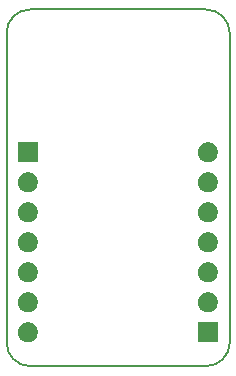
<source format=gbr>
G04 #@! TF.GenerationSoftware,KiCad,Pcbnew,5.1.5-52549c5~84~ubuntu19.10.1*
G04 #@! TF.CreationDate,2020-02-23T01:12:38+02:00*
G04 #@! TF.ProjectId,BRK-TSSOP-14-4.4x5-P0.65,42524b2d-5453-4534-9f50-2d31342d342e,v1.0*
G04 #@! TF.SameCoordinates,Original*
G04 #@! TF.FileFunction,Soldermask,Bot*
G04 #@! TF.FilePolarity,Negative*
%FSLAX46Y46*%
G04 Gerber Fmt 4.6, Leading zero omitted, Abs format (unit mm)*
G04 Created by KiCad (PCBNEW 5.1.5-52549c5~84~ubuntu19.10.1) date 2020-02-23 01:12:38*
%MOMM*%
%LPD*%
G04 APERTURE LIST*
%ADD10C,0.150000*%
%ADD11C,0.100000*%
G04 APERTURE END LIST*
D10*
X53000000Y-78200000D02*
G75*
G02X51000000Y-76200000I0J2000000D01*
G01*
X69900000Y-76200000D02*
G75*
G02X67900000Y-78200000I-2000000J0D01*
G01*
X67900000Y-48000000D02*
G75*
G02X69900000Y-50000000I0J-2000000D01*
G01*
X51000000Y-50000000D02*
G75*
G02X53000000Y-48000000I2000000J0D01*
G01*
X67900000Y-78200000D02*
X53000000Y-78200000D01*
X69900000Y-50000000D02*
X69900000Y-76200000D01*
X53000000Y-48000000D02*
X67900000Y-48000000D01*
X51000000Y-76200000D02*
X51000000Y-50000000D01*
D11*
G36*
X53047936Y-74522665D02*
G01*
X53047938Y-74522666D01*
X53047939Y-74522666D01*
X53202628Y-74586740D01*
X53341842Y-74679760D01*
X53460240Y-74798158D01*
X53553260Y-74937372D01*
X53617334Y-75092061D01*
X53650000Y-75256284D01*
X53650000Y-75423716D01*
X53617334Y-75587939D01*
X53553260Y-75742628D01*
X53460240Y-75881842D01*
X53341842Y-76000240D01*
X53202628Y-76093260D01*
X53047939Y-76157334D01*
X53047938Y-76157334D01*
X53047936Y-76157335D01*
X52883718Y-76190000D01*
X52716282Y-76190000D01*
X52552064Y-76157335D01*
X52552062Y-76157334D01*
X52552061Y-76157334D01*
X52397372Y-76093260D01*
X52258158Y-76000240D01*
X52139760Y-75881842D01*
X52046740Y-75742628D01*
X51982666Y-75587939D01*
X51950000Y-75423716D01*
X51950000Y-75256284D01*
X51982666Y-75092061D01*
X52046740Y-74937372D01*
X52139760Y-74798158D01*
X52258158Y-74679760D01*
X52397372Y-74586740D01*
X52552061Y-74522666D01*
X52552062Y-74522666D01*
X52552064Y-74522665D01*
X52716282Y-74490000D01*
X52883718Y-74490000D01*
X53047936Y-74522665D01*
G37*
G36*
X68890000Y-76190000D02*
G01*
X67190000Y-76190000D01*
X67190000Y-74490000D01*
X68890000Y-74490000D01*
X68890000Y-76190000D01*
G37*
G36*
X53047936Y-71982665D02*
G01*
X53047938Y-71982666D01*
X53047939Y-71982666D01*
X53202628Y-72046740D01*
X53341842Y-72139760D01*
X53460240Y-72258158D01*
X53553260Y-72397372D01*
X53617334Y-72552061D01*
X53650000Y-72716284D01*
X53650000Y-72883716D01*
X53617334Y-73047939D01*
X53553260Y-73202628D01*
X53460240Y-73341842D01*
X53341842Y-73460240D01*
X53202628Y-73553260D01*
X53047939Y-73617334D01*
X53047938Y-73617334D01*
X53047936Y-73617335D01*
X52883718Y-73650000D01*
X52716282Y-73650000D01*
X52552064Y-73617335D01*
X52552062Y-73617334D01*
X52552061Y-73617334D01*
X52397372Y-73553260D01*
X52258158Y-73460240D01*
X52139760Y-73341842D01*
X52046740Y-73202628D01*
X51982666Y-73047939D01*
X51950000Y-72883716D01*
X51950000Y-72716284D01*
X51982666Y-72552061D01*
X52046740Y-72397372D01*
X52139760Y-72258158D01*
X52258158Y-72139760D01*
X52397372Y-72046740D01*
X52552061Y-71982666D01*
X52552062Y-71982666D01*
X52552064Y-71982665D01*
X52716282Y-71950000D01*
X52883718Y-71950000D01*
X53047936Y-71982665D01*
G37*
G36*
X68287936Y-71982665D02*
G01*
X68287938Y-71982666D01*
X68287939Y-71982666D01*
X68442628Y-72046740D01*
X68581842Y-72139760D01*
X68700240Y-72258158D01*
X68793260Y-72397372D01*
X68857334Y-72552061D01*
X68890000Y-72716284D01*
X68890000Y-72883716D01*
X68857334Y-73047939D01*
X68793260Y-73202628D01*
X68700240Y-73341842D01*
X68581842Y-73460240D01*
X68442628Y-73553260D01*
X68287939Y-73617334D01*
X68287938Y-73617334D01*
X68287936Y-73617335D01*
X68123718Y-73650000D01*
X67956282Y-73650000D01*
X67792064Y-73617335D01*
X67792062Y-73617334D01*
X67792061Y-73617334D01*
X67637372Y-73553260D01*
X67498158Y-73460240D01*
X67379760Y-73341842D01*
X67286740Y-73202628D01*
X67222666Y-73047939D01*
X67190000Y-72883716D01*
X67190000Y-72716284D01*
X67222666Y-72552061D01*
X67286740Y-72397372D01*
X67379760Y-72258158D01*
X67498158Y-72139760D01*
X67637372Y-72046740D01*
X67792061Y-71982666D01*
X67792062Y-71982666D01*
X67792064Y-71982665D01*
X67956282Y-71950000D01*
X68123718Y-71950000D01*
X68287936Y-71982665D01*
G37*
G36*
X53047936Y-69442665D02*
G01*
X53047938Y-69442666D01*
X53047939Y-69442666D01*
X53202628Y-69506740D01*
X53341842Y-69599760D01*
X53460240Y-69718158D01*
X53553260Y-69857372D01*
X53617334Y-70012061D01*
X53650000Y-70176284D01*
X53650000Y-70343716D01*
X53617334Y-70507939D01*
X53553260Y-70662628D01*
X53460240Y-70801842D01*
X53341842Y-70920240D01*
X53202628Y-71013260D01*
X53047939Y-71077334D01*
X53047938Y-71077334D01*
X53047936Y-71077335D01*
X52883718Y-71110000D01*
X52716282Y-71110000D01*
X52552064Y-71077335D01*
X52552062Y-71077334D01*
X52552061Y-71077334D01*
X52397372Y-71013260D01*
X52258158Y-70920240D01*
X52139760Y-70801842D01*
X52046740Y-70662628D01*
X51982666Y-70507939D01*
X51950000Y-70343716D01*
X51950000Y-70176284D01*
X51982666Y-70012061D01*
X52046740Y-69857372D01*
X52139760Y-69718158D01*
X52258158Y-69599760D01*
X52397372Y-69506740D01*
X52552061Y-69442666D01*
X52552062Y-69442666D01*
X52552064Y-69442665D01*
X52716282Y-69410000D01*
X52883718Y-69410000D01*
X53047936Y-69442665D01*
G37*
G36*
X68287936Y-69442665D02*
G01*
X68287938Y-69442666D01*
X68287939Y-69442666D01*
X68442628Y-69506740D01*
X68581842Y-69599760D01*
X68700240Y-69718158D01*
X68793260Y-69857372D01*
X68857334Y-70012061D01*
X68890000Y-70176284D01*
X68890000Y-70343716D01*
X68857334Y-70507939D01*
X68793260Y-70662628D01*
X68700240Y-70801842D01*
X68581842Y-70920240D01*
X68442628Y-71013260D01*
X68287939Y-71077334D01*
X68287938Y-71077334D01*
X68287936Y-71077335D01*
X68123718Y-71110000D01*
X67956282Y-71110000D01*
X67792064Y-71077335D01*
X67792062Y-71077334D01*
X67792061Y-71077334D01*
X67637372Y-71013260D01*
X67498158Y-70920240D01*
X67379760Y-70801842D01*
X67286740Y-70662628D01*
X67222666Y-70507939D01*
X67190000Y-70343716D01*
X67190000Y-70176284D01*
X67222666Y-70012061D01*
X67286740Y-69857372D01*
X67379760Y-69718158D01*
X67498158Y-69599760D01*
X67637372Y-69506740D01*
X67792061Y-69442666D01*
X67792062Y-69442666D01*
X67792064Y-69442665D01*
X67956282Y-69410000D01*
X68123718Y-69410000D01*
X68287936Y-69442665D01*
G37*
G36*
X53047936Y-66902665D02*
G01*
X53047938Y-66902666D01*
X53047939Y-66902666D01*
X53202628Y-66966740D01*
X53341842Y-67059760D01*
X53460240Y-67178158D01*
X53553260Y-67317372D01*
X53617334Y-67472061D01*
X53650000Y-67636284D01*
X53650000Y-67803716D01*
X53617334Y-67967939D01*
X53553260Y-68122628D01*
X53460240Y-68261842D01*
X53341842Y-68380240D01*
X53202628Y-68473260D01*
X53047939Y-68537334D01*
X53047938Y-68537334D01*
X53047936Y-68537335D01*
X52883718Y-68570000D01*
X52716282Y-68570000D01*
X52552064Y-68537335D01*
X52552062Y-68537334D01*
X52552061Y-68537334D01*
X52397372Y-68473260D01*
X52258158Y-68380240D01*
X52139760Y-68261842D01*
X52046740Y-68122628D01*
X51982666Y-67967939D01*
X51950000Y-67803716D01*
X51950000Y-67636284D01*
X51982666Y-67472061D01*
X52046740Y-67317372D01*
X52139760Y-67178158D01*
X52258158Y-67059760D01*
X52397372Y-66966740D01*
X52552061Y-66902666D01*
X52552062Y-66902666D01*
X52552064Y-66902665D01*
X52716282Y-66870000D01*
X52883718Y-66870000D01*
X53047936Y-66902665D01*
G37*
G36*
X68287936Y-66902665D02*
G01*
X68287938Y-66902666D01*
X68287939Y-66902666D01*
X68442628Y-66966740D01*
X68581842Y-67059760D01*
X68700240Y-67178158D01*
X68793260Y-67317372D01*
X68857334Y-67472061D01*
X68890000Y-67636284D01*
X68890000Y-67803716D01*
X68857334Y-67967939D01*
X68793260Y-68122628D01*
X68700240Y-68261842D01*
X68581842Y-68380240D01*
X68442628Y-68473260D01*
X68287939Y-68537334D01*
X68287938Y-68537334D01*
X68287936Y-68537335D01*
X68123718Y-68570000D01*
X67956282Y-68570000D01*
X67792064Y-68537335D01*
X67792062Y-68537334D01*
X67792061Y-68537334D01*
X67637372Y-68473260D01*
X67498158Y-68380240D01*
X67379760Y-68261842D01*
X67286740Y-68122628D01*
X67222666Y-67967939D01*
X67190000Y-67803716D01*
X67190000Y-67636284D01*
X67222666Y-67472061D01*
X67286740Y-67317372D01*
X67379760Y-67178158D01*
X67498158Y-67059760D01*
X67637372Y-66966740D01*
X67792061Y-66902666D01*
X67792062Y-66902666D01*
X67792064Y-66902665D01*
X67956282Y-66870000D01*
X68123718Y-66870000D01*
X68287936Y-66902665D01*
G37*
G36*
X53047936Y-64362665D02*
G01*
X53047938Y-64362666D01*
X53047939Y-64362666D01*
X53202628Y-64426740D01*
X53341842Y-64519760D01*
X53460240Y-64638158D01*
X53553260Y-64777372D01*
X53617334Y-64932061D01*
X53650000Y-65096284D01*
X53650000Y-65263716D01*
X53617334Y-65427939D01*
X53553260Y-65582628D01*
X53460240Y-65721842D01*
X53341842Y-65840240D01*
X53202628Y-65933260D01*
X53047939Y-65997334D01*
X53047938Y-65997334D01*
X53047936Y-65997335D01*
X52883718Y-66030000D01*
X52716282Y-66030000D01*
X52552064Y-65997335D01*
X52552062Y-65997334D01*
X52552061Y-65997334D01*
X52397372Y-65933260D01*
X52258158Y-65840240D01*
X52139760Y-65721842D01*
X52046740Y-65582628D01*
X51982666Y-65427939D01*
X51950000Y-65263716D01*
X51950000Y-65096284D01*
X51982666Y-64932061D01*
X52046740Y-64777372D01*
X52139760Y-64638158D01*
X52258158Y-64519760D01*
X52397372Y-64426740D01*
X52552061Y-64362666D01*
X52552062Y-64362666D01*
X52552064Y-64362665D01*
X52716282Y-64330000D01*
X52883718Y-64330000D01*
X53047936Y-64362665D01*
G37*
G36*
X68287936Y-64362665D02*
G01*
X68287938Y-64362666D01*
X68287939Y-64362666D01*
X68442628Y-64426740D01*
X68581842Y-64519760D01*
X68700240Y-64638158D01*
X68793260Y-64777372D01*
X68857334Y-64932061D01*
X68890000Y-65096284D01*
X68890000Y-65263716D01*
X68857334Y-65427939D01*
X68793260Y-65582628D01*
X68700240Y-65721842D01*
X68581842Y-65840240D01*
X68442628Y-65933260D01*
X68287939Y-65997334D01*
X68287938Y-65997334D01*
X68287936Y-65997335D01*
X68123718Y-66030000D01*
X67956282Y-66030000D01*
X67792064Y-65997335D01*
X67792062Y-65997334D01*
X67792061Y-65997334D01*
X67637372Y-65933260D01*
X67498158Y-65840240D01*
X67379760Y-65721842D01*
X67286740Y-65582628D01*
X67222666Y-65427939D01*
X67190000Y-65263716D01*
X67190000Y-65096284D01*
X67222666Y-64932061D01*
X67286740Y-64777372D01*
X67379760Y-64638158D01*
X67498158Y-64519760D01*
X67637372Y-64426740D01*
X67792061Y-64362666D01*
X67792062Y-64362666D01*
X67792064Y-64362665D01*
X67956282Y-64330000D01*
X68123718Y-64330000D01*
X68287936Y-64362665D01*
G37*
G36*
X68287936Y-61822665D02*
G01*
X68287938Y-61822666D01*
X68287939Y-61822666D01*
X68442628Y-61886740D01*
X68581842Y-61979760D01*
X68700240Y-62098158D01*
X68793260Y-62237372D01*
X68857334Y-62392061D01*
X68890000Y-62556284D01*
X68890000Y-62723716D01*
X68857334Y-62887939D01*
X68793260Y-63042628D01*
X68700240Y-63181842D01*
X68581842Y-63300240D01*
X68442628Y-63393260D01*
X68287939Y-63457334D01*
X68287938Y-63457334D01*
X68287936Y-63457335D01*
X68123718Y-63490000D01*
X67956282Y-63490000D01*
X67792064Y-63457335D01*
X67792062Y-63457334D01*
X67792061Y-63457334D01*
X67637372Y-63393260D01*
X67498158Y-63300240D01*
X67379760Y-63181842D01*
X67286740Y-63042628D01*
X67222666Y-62887939D01*
X67190000Y-62723716D01*
X67190000Y-62556284D01*
X67222666Y-62392061D01*
X67286740Y-62237372D01*
X67379760Y-62098158D01*
X67498158Y-61979760D01*
X67637372Y-61886740D01*
X67792061Y-61822666D01*
X67792062Y-61822666D01*
X67792064Y-61822665D01*
X67956282Y-61790000D01*
X68123718Y-61790000D01*
X68287936Y-61822665D01*
G37*
G36*
X53047936Y-61822665D02*
G01*
X53047938Y-61822666D01*
X53047939Y-61822666D01*
X53202628Y-61886740D01*
X53341842Y-61979760D01*
X53460240Y-62098158D01*
X53553260Y-62237372D01*
X53617334Y-62392061D01*
X53650000Y-62556284D01*
X53650000Y-62723716D01*
X53617334Y-62887939D01*
X53553260Y-63042628D01*
X53460240Y-63181842D01*
X53341842Y-63300240D01*
X53202628Y-63393260D01*
X53047939Y-63457334D01*
X53047938Y-63457334D01*
X53047936Y-63457335D01*
X52883718Y-63490000D01*
X52716282Y-63490000D01*
X52552064Y-63457335D01*
X52552062Y-63457334D01*
X52552061Y-63457334D01*
X52397372Y-63393260D01*
X52258158Y-63300240D01*
X52139760Y-63181842D01*
X52046740Y-63042628D01*
X51982666Y-62887939D01*
X51950000Y-62723716D01*
X51950000Y-62556284D01*
X51982666Y-62392061D01*
X52046740Y-62237372D01*
X52139760Y-62098158D01*
X52258158Y-61979760D01*
X52397372Y-61886740D01*
X52552061Y-61822666D01*
X52552062Y-61822666D01*
X52552064Y-61822665D01*
X52716282Y-61790000D01*
X52883718Y-61790000D01*
X53047936Y-61822665D01*
G37*
G36*
X53650000Y-60950000D02*
G01*
X51950000Y-60950000D01*
X51950000Y-59250000D01*
X53650000Y-59250000D01*
X53650000Y-60950000D01*
G37*
G36*
X68287936Y-59282665D02*
G01*
X68287938Y-59282666D01*
X68287939Y-59282666D01*
X68442628Y-59346740D01*
X68581842Y-59439760D01*
X68700240Y-59558158D01*
X68793260Y-59697372D01*
X68857334Y-59852061D01*
X68890000Y-60016284D01*
X68890000Y-60183716D01*
X68857334Y-60347939D01*
X68793260Y-60502628D01*
X68700240Y-60641842D01*
X68581842Y-60760240D01*
X68442628Y-60853260D01*
X68287939Y-60917334D01*
X68287938Y-60917334D01*
X68287936Y-60917335D01*
X68123718Y-60950000D01*
X67956282Y-60950000D01*
X67792064Y-60917335D01*
X67792062Y-60917334D01*
X67792061Y-60917334D01*
X67637372Y-60853260D01*
X67498158Y-60760240D01*
X67379760Y-60641842D01*
X67286740Y-60502628D01*
X67222666Y-60347939D01*
X67190000Y-60183716D01*
X67190000Y-60016284D01*
X67222666Y-59852061D01*
X67286740Y-59697372D01*
X67379760Y-59558158D01*
X67498158Y-59439760D01*
X67637372Y-59346740D01*
X67792061Y-59282666D01*
X67792062Y-59282666D01*
X67792064Y-59282665D01*
X67956282Y-59250000D01*
X68123718Y-59250000D01*
X68287936Y-59282665D01*
G37*
M02*

</source>
